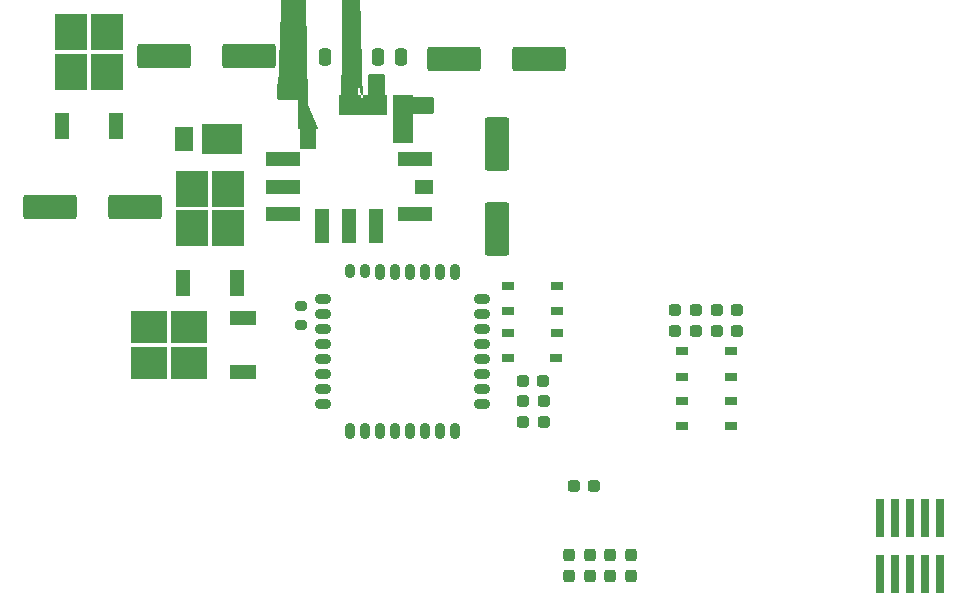
<source format=gbr>
%TF.GenerationSoftware,KiCad,Pcbnew,(6.0.11)*%
%TF.CreationDate,2024-02-29T08:23:56+09:00*%
%TF.ProjectId,Mother_Ctrl,4d6f7468-6572-45f4-9374-726c2e6b6963,rev?*%
%TF.SameCoordinates,Original*%
%TF.FileFunction,Paste,Top*%
%TF.FilePolarity,Positive*%
%FSLAX46Y46*%
G04 Gerber Fmt 4.6, Leading zero omitted, Abs format (unit mm)*
G04 Created by KiCad (PCBNEW (6.0.11)) date 2024-02-29 08:23:56*
%MOMM*%
%LPD*%
G01*
G04 APERTURE LIST*
G04 Aperture macros list*
%AMRoundRect*
0 Rectangle with rounded corners*
0 $1 Rounding radius*
0 $2 $3 $4 $5 $6 $7 $8 $9 X,Y pos of 4 corners*
0 Add a 4 corners polygon primitive as box body*
4,1,4,$2,$3,$4,$5,$6,$7,$8,$9,$2,$3,0*
0 Add four circle primitives for the rounded corners*
1,1,$1+$1,$2,$3*
1,1,$1+$1,$4,$5*
1,1,$1+$1,$6,$7*
1,1,$1+$1,$8,$9*
0 Add four rect primitives between the rounded corners*
20,1,$1+$1,$2,$3,$4,$5,0*
20,1,$1+$1,$4,$5,$6,$7,0*
20,1,$1+$1,$6,$7,$8,$9,0*
20,1,$1+$1,$8,$9,$2,$3,0*%
%AMFreePoly0*
4,1,53,0.885000,-2.035000,0.700000,-2.035000,0.700000,-3.665000,0.695106,-3.680063,0.695106,-3.695902,0.685796,-3.708716,0.680902,-3.723779,0.668089,-3.733089,0.658779,-3.745902,0.643716,-3.750796,0.630902,-3.760106,0.615063,-3.760106,0.600000,-3.765000,-0.600000,-3.765000,-0.615063,-3.760106,-0.630902,-3.760106,-0.643716,-3.750796,-0.658779,-3.745902,-0.668089,-3.733089,-0.680902,-3.723779,
-0.685796,-3.708716,-0.695106,-3.695902,-0.695106,-3.680063,-0.700000,-3.665000,-0.700000,-2.035000,-0.885000,-2.035000,-0.885000,0.450000,-2.515000,0.450000,-2.530063,0.454894,-2.545902,0.454894,-2.558716,0.464204,-2.573779,0.469098,-2.583089,0.481911,-2.595902,0.491221,-2.600796,0.506284,-2.610106,0.519098,-2.610106,0.534937,-2.615000,0.550000,-2.615000,1.750000,-2.610106,1.765063,
-2.610106,1.780902,-2.600796,1.793716,-2.595902,1.808779,-2.583089,1.818089,-2.573779,1.830902,-2.558716,1.835796,-2.545902,1.845106,-2.530063,1.845106,-2.515000,1.850000,-0.885000,1.850000,-0.885000,2.035000,0.885000,2.035000,0.885000,-2.035000,0.885000,-2.035000,$1*%
%AMFreePoly1*
4,1,53,-0.534937,2.610106,-0.519098,2.610106,-0.506284,2.600796,-0.491221,2.595902,-0.481911,2.583089,-0.469098,2.573779,-0.464204,2.558716,-0.454894,2.545902,-0.454894,2.530063,-0.450000,2.515000,-0.450000,0.885000,0.450000,0.885000,0.450000,2.515000,0.454894,2.530063,0.454894,2.545902,0.464204,2.558716,0.469098,2.573779,0.481911,2.583089,0.491221,2.595902,0.506284,2.600796,
0.519098,2.610106,0.534937,2.610106,0.550000,2.615000,1.750000,2.615000,1.765063,2.610106,1.780902,2.610106,1.793716,2.600796,1.808779,2.595902,1.818089,2.583089,1.830902,2.573779,1.835796,2.558716,1.845106,2.545902,1.845106,2.530063,1.850000,2.515000,1.850000,0.885000,2.035000,0.885000,2.035000,-0.885000,-2.035000,-0.885000,-2.035000,0.885000,-1.850000,0.885000,
-1.850000,2.515000,-1.845106,2.530063,-1.845106,2.545902,-1.835796,2.558716,-1.830902,2.573779,-1.818089,2.583089,-1.808779,2.595902,-1.793716,2.600796,-1.780902,2.610106,-1.765063,2.610106,-1.750000,2.615000,-0.550000,2.615000,-0.534937,2.610106,-0.534937,2.610106,$1*%
%AMFreePoly2*
4,1,29,0.885000,1.850000,2.515000,1.850000,2.530063,1.845106,2.545902,1.845106,2.558716,1.835796,2.573779,1.830902,2.583089,1.818089,2.595902,1.808779,2.600796,1.793716,2.610106,1.780902,2.610106,1.765063,2.615000,1.750000,2.615000,0.550000,2.610106,0.534937,2.610106,0.519098,2.600796,0.506284,2.595902,0.491221,2.583089,0.481911,2.573779,0.469098,2.558716,0.464204,
2.545902,0.454894,2.530063,0.454894,2.515000,0.450000,0.885000,0.450000,0.885000,-2.035000,-0.885000,-2.035000,-0.885000,2.035000,0.885000,2.035000,0.885000,1.850000,0.885000,1.850000,$1*%
G04 Aperture macros list end*
%ADD10RoundRect,0.237500X-0.287500X-0.237500X0.287500X-0.237500X0.287500X0.237500X-0.287500X0.237500X0*%
%ADD11R,0.740000X3.250000*%
%ADD12RoundRect,0.237500X-0.237500X0.287500X-0.237500X-0.287500X0.237500X-0.287500X0.237500X0.287500X0*%
%ADD13RoundRect,0.250001X1.999999X0.799999X-1.999999X0.799999X-1.999999X-0.799999X1.999999X-0.799999X0*%
%ADD14RoundRect,0.237500X0.287500X0.237500X-0.287500X0.237500X-0.287500X-0.237500X0.287500X-0.237500X0*%
%ADD15R,1.050000X0.650000*%
%ADD16RoundRect,0.200000X-0.275000X0.200000X-0.275000X-0.200000X0.275000X-0.200000X0.275000X0.200000X0*%
%ADD17R,3.400000X2.600000*%
%ADD18R,1.500000X2.000000*%
%ADD19RoundRect,0.250000X0.250000X0.475000X-0.250000X0.475000X-0.250000X-0.475000X0.250000X-0.475000X0*%
%ADD20RoundRect,0.250000X-0.250000X-0.475000X0.250000X-0.475000X0.250000X0.475000X-0.250000X0.475000X0*%
%ADD21R,3.050000X2.750000*%
%ADD22R,2.200000X1.200000*%
%ADD23R,3.000000X1.200000*%
%ADD24FreePoly0,270.000000*%
%ADD25FreePoly1,0.000000*%
%ADD26FreePoly2,0.000000*%
%ADD27R,1.200000X3.000000*%
%ADD28R,1.500000X1.200000*%
%ADD29R,2.750000X3.050000*%
%ADD30R,1.200000X2.200000*%
%ADD31O,1.400000X0.900000*%
%ADD32O,0.900000X1.400000*%
%ADD33O,0.900000X1.200000*%
%ADD34RoundRect,0.250001X-0.799999X1.999999X-0.799999X-1.999999X0.799999X-1.999999X0.799999X1.999999X0*%
G04 APERTURE END LIST*
D10*
%TO.C,D26*%
X164425000Y-113070000D03*
X166175000Y-113070000D03*
%TD*%
D11*
%TO.C,J5*%
X186840000Y-128945000D03*
X186840000Y-133695000D03*
X185570000Y-128945000D03*
X185570000Y-133695000D03*
X184300000Y-128945000D03*
X184300000Y-133695000D03*
X183030000Y-128945000D03*
X183030000Y-133695000D03*
X181760000Y-128945000D03*
X181760000Y-133695000D03*
%TD*%
D10*
%TO.C,D6*%
X151515000Y-117290000D03*
X153265000Y-117290000D03*
%TD*%
D12*
%TO.C,D29*%
X158920000Y-132095000D03*
X158920000Y-133845000D03*
%TD*%
D13*
%TO.C,C21*%
X128350000Y-89820000D03*
X121150000Y-89820000D03*
%TD*%
D10*
%TO.C,D7*%
X151525000Y-119040000D03*
X153275000Y-119040000D03*
%TD*%
%TO.C,D3*%
X155815000Y-126230000D03*
X157565000Y-126230000D03*
%TD*%
D14*
%TO.C,D23*%
X169675000Y-113070000D03*
X167925000Y-113070000D03*
%TD*%
D10*
%TO.C,D8*%
X151525000Y-120790000D03*
X153275000Y-120790000D03*
%TD*%
D15*
%TO.C,SW2*%
X150225000Y-113245000D03*
X154375000Y-113245000D03*
X154350000Y-115395000D03*
X150225000Y-115395000D03*
%TD*%
D10*
%TO.C,D25*%
X164425000Y-111320000D03*
X166175000Y-111320000D03*
%TD*%
D16*
%TO.C,R64*%
X132740000Y-110965000D03*
X132740000Y-112615000D03*
%TD*%
D13*
%TO.C,C20*%
X118650000Y-102570000D03*
X111450000Y-102570000D03*
%TD*%
D17*
%TO.C,D4*%
X126010000Y-96820000D03*
D18*
X122790000Y-96820000D03*
%TD*%
D12*
%TO.C,D27*%
X155420000Y-132095000D03*
X155420000Y-133845000D03*
%TD*%
D19*
%TO.C,C10*%
X141185000Y-89920000D03*
X139285000Y-89920000D03*
%TD*%
D20*
%TO.C,C7*%
X134785000Y-89920000D03*
X136685000Y-89920000D03*
%TD*%
D12*
%TO.C,D28*%
X157170000Y-132095000D03*
X157170000Y-133845000D03*
%TD*%
D15*
%TO.C,SW6*%
X169125000Y-114825000D03*
X164975000Y-114825000D03*
X169100000Y-116975000D03*
X164975000Y-116975000D03*
%TD*%
D13*
%TO.C,C23*%
X152900000Y-90070000D03*
X145700000Y-90070000D03*
%TD*%
D21*
%TO.C,Q1*%
X123225000Y-112745000D03*
X119875000Y-112745000D03*
X123225000Y-115795000D03*
X119875000Y-115795000D03*
D22*
X127850000Y-116550000D03*
X127850000Y-111990000D03*
%TD*%
D23*
%TO.C,MD1*%
X131200000Y-98570000D03*
D24*
X133365000Y-93985000D03*
D25*
X137945000Y-93985000D03*
D26*
X141385000Y-95135000D03*
D23*
X142400000Y-98570000D03*
X142400000Y-103150000D03*
D27*
X136800000Y-104170000D03*
X134510000Y-104170000D03*
D23*
X131200000Y-103150000D03*
X131200000Y-100860000D03*
D28*
X143150000Y-100860000D03*
D27*
X139090000Y-104170000D03*
%TD*%
D15*
%TO.C,SW7*%
X164975000Y-121145000D03*
X169125000Y-121145000D03*
X165000000Y-118995000D03*
X169125000Y-118995000D03*
%TD*%
%TO.C,SW3*%
X154375000Y-111395000D03*
X150225000Y-111395000D03*
X150250000Y-109245000D03*
X154375000Y-109245000D03*
%TD*%
D29*
%TO.C,Q3*%
X126575000Y-101045000D03*
X126575000Y-104395000D03*
X123525000Y-101045000D03*
X123525000Y-104395000D03*
D30*
X122770000Y-109020000D03*
X127330000Y-109020000D03*
%TD*%
D31*
%TO.C,U2*%
X134565000Y-110375000D03*
X134565000Y-111645000D03*
X134565000Y-112915000D03*
X134565000Y-114185000D03*
X134565000Y-115455000D03*
X134565000Y-116725000D03*
X134565000Y-117995000D03*
X134565000Y-119265000D03*
D32*
X136855000Y-121555000D03*
X138125000Y-121555000D03*
X139395000Y-121555000D03*
X140665000Y-121555000D03*
X141935000Y-121555000D03*
X143205000Y-121555000D03*
X144475000Y-121555000D03*
X145745000Y-121555000D03*
D31*
X148035000Y-119265000D03*
X148035000Y-117995000D03*
X148035000Y-116725000D03*
X148035000Y-115455000D03*
X148035000Y-114185000D03*
X148035000Y-112915000D03*
X148035000Y-111645000D03*
X148035000Y-110375000D03*
D32*
X145745000Y-108085000D03*
X144475000Y-108085000D03*
X143205000Y-108085000D03*
X141935000Y-108085000D03*
X140665000Y-108085000D03*
X139395000Y-108085000D03*
D33*
X138125000Y-107985000D03*
X136855000Y-107985000D03*
%TD*%
D34*
%TO.C,C22*%
X149300000Y-97220000D03*
X149300000Y-104420000D03*
%TD*%
D29*
%TO.C,Q29*%
X116325000Y-91145000D03*
X113275000Y-91145000D03*
X113275000Y-87795000D03*
X116325000Y-87795000D03*
D30*
X112520000Y-95770000D03*
X117080000Y-95770000D03*
%TD*%
D12*
%TO.C,D30*%
X160670000Y-132095000D03*
X160670000Y-133845000D03*
%TD*%
D14*
%TO.C,D22*%
X169675000Y-111320000D03*
X167925000Y-111320000D03*
%TD*%
M02*

</source>
